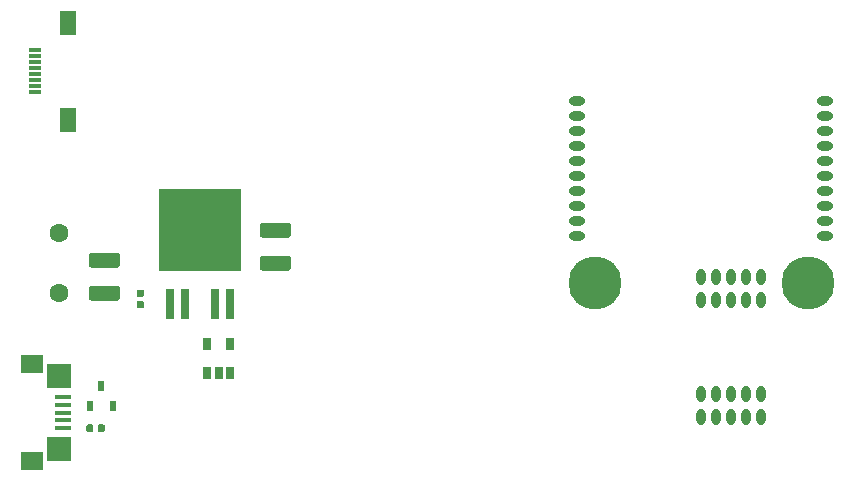
<source format=gbr>
G04 #@! TF.GenerationSoftware,KiCad,Pcbnew,(5.1.4)-1*
G04 #@! TF.CreationDate,2019-11-18T11:48:03+09:00*
G04 #@! TF.ProjectId,signaltowr_hikarikensyutu,7369676e-616c-4746-9f77-725f68696b61,rev?*
G04 #@! TF.SameCoordinates,Original*
G04 #@! TF.FileFunction,Soldermask,Top*
G04 #@! TF.FilePolarity,Negative*
%FSLAX46Y46*%
G04 Gerber Fmt 4.6, Leading zero omitted, Abs format (unit mm)*
G04 Created by KiCad (PCBNEW (5.1.4)-1) date 2019-11-18 11:48:03*
%MOMM*%
%LPD*%
G04 APERTURE LIST*
%ADD10R,7.000000X7.000000*%
%ADD11R,0.760000X2.500000*%
%ADD12R,0.600000X0.900000*%
%ADD13R,1.350000X0.400000*%
%ADD14R,1.900000X1.600000*%
%ADD15R,2.000000X2.100000*%
%ADD16C,4.500000*%
%ADD17O,0.800000X1.400000*%
%ADD18O,1.400000X0.800000*%
%ADD19R,0.800000X1.000000*%
%ADD20R,0.700000X1.000000*%
%ADD21C,0.100000*%
%ADD22C,0.590000*%
%ADD23R,1.050000X0.350000*%
%ADD24R,1.350000X2.000000*%
%ADD25C,1.600000*%
%ADD26C,1.250000*%
G04 APERTURE END LIST*
D10*
X107188000Y-77470000D03*
D11*
X105918000Y-83720000D03*
X104648000Y-83720000D03*
X109728000Y-83720000D03*
X108458000Y-83720000D03*
D12*
X98806000Y-90678000D03*
X99756000Y-92378000D03*
X97856000Y-92378000D03*
D13*
X95575000Y-92262000D03*
X95575000Y-92912000D03*
X95575000Y-93562000D03*
X95575000Y-91612000D03*
D14*
X92900000Y-97012000D03*
D15*
X95250000Y-96012000D03*
D14*
X92900000Y-88812000D03*
D13*
X95575000Y-94212000D03*
D15*
X95250000Y-89812000D03*
D16*
X140606000Y-81923000D03*
X158606000Y-81923000D03*
D17*
X149606000Y-81463000D03*
X150876000Y-81463000D03*
X152146000Y-81463000D03*
X153416000Y-81463000D03*
X154686000Y-81463000D03*
X149606000Y-83383000D03*
X150876000Y-83383000D03*
X152146000Y-83383000D03*
X153416000Y-83383000D03*
X154686000Y-83383000D03*
D18*
X160091000Y-77978000D03*
X160091000Y-76708000D03*
X160091000Y-75438000D03*
X160091000Y-74168000D03*
X160091000Y-72898000D03*
X160091000Y-71628000D03*
X160091000Y-70358000D03*
X160091000Y-69088000D03*
X139121000Y-77978000D03*
X139121000Y-76708000D03*
X139121000Y-75438000D03*
X139121000Y-74168000D03*
X139121000Y-72898000D03*
X139121000Y-71628000D03*
X139121000Y-70358000D03*
X139121000Y-69088000D03*
X139121000Y-67818000D03*
X139121000Y-66548000D03*
X160091000Y-67818000D03*
X160091000Y-66548000D03*
D19*
X107728000Y-87122000D03*
X109728000Y-87122000D03*
X109728000Y-89522000D03*
X107728000Y-89522000D03*
D20*
X108728000Y-89522000D03*
D21*
G36*
X102294958Y-83479710D02*
G01*
X102309276Y-83481834D01*
X102323317Y-83485351D01*
X102336946Y-83490228D01*
X102350031Y-83496417D01*
X102362447Y-83503858D01*
X102374073Y-83512481D01*
X102384798Y-83522202D01*
X102394519Y-83532927D01*
X102403142Y-83544553D01*
X102410583Y-83556969D01*
X102416772Y-83570054D01*
X102421649Y-83583683D01*
X102425166Y-83597724D01*
X102427290Y-83612042D01*
X102428000Y-83626500D01*
X102428000Y-83921500D01*
X102427290Y-83935958D01*
X102425166Y-83950276D01*
X102421649Y-83964317D01*
X102416772Y-83977946D01*
X102410583Y-83991031D01*
X102403142Y-84003447D01*
X102394519Y-84015073D01*
X102384798Y-84025798D01*
X102374073Y-84035519D01*
X102362447Y-84044142D01*
X102350031Y-84051583D01*
X102336946Y-84057772D01*
X102323317Y-84062649D01*
X102309276Y-84066166D01*
X102294958Y-84068290D01*
X102280500Y-84069000D01*
X101935500Y-84069000D01*
X101921042Y-84068290D01*
X101906724Y-84066166D01*
X101892683Y-84062649D01*
X101879054Y-84057772D01*
X101865969Y-84051583D01*
X101853553Y-84044142D01*
X101841927Y-84035519D01*
X101831202Y-84025798D01*
X101821481Y-84015073D01*
X101812858Y-84003447D01*
X101805417Y-83991031D01*
X101799228Y-83977946D01*
X101794351Y-83964317D01*
X101790834Y-83950276D01*
X101788710Y-83935958D01*
X101788000Y-83921500D01*
X101788000Y-83626500D01*
X101788710Y-83612042D01*
X101790834Y-83597724D01*
X101794351Y-83583683D01*
X101799228Y-83570054D01*
X101805417Y-83556969D01*
X101812858Y-83544553D01*
X101821481Y-83532927D01*
X101831202Y-83522202D01*
X101841927Y-83512481D01*
X101853553Y-83503858D01*
X101865969Y-83496417D01*
X101879054Y-83490228D01*
X101892683Y-83485351D01*
X101906724Y-83481834D01*
X101921042Y-83479710D01*
X101935500Y-83479000D01*
X102280500Y-83479000D01*
X102294958Y-83479710D01*
X102294958Y-83479710D01*
G37*
D22*
X102108000Y-83774000D03*
D21*
G36*
X102294958Y-82509710D02*
G01*
X102309276Y-82511834D01*
X102323317Y-82515351D01*
X102336946Y-82520228D01*
X102350031Y-82526417D01*
X102362447Y-82533858D01*
X102374073Y-82542481D01*
X102384798Y-82552202D01*
X102394519Y-82562927D01*
X102403142Y-82574553D01*
X102410583Y-82586969D01*
X102416772Y-82600054D01*
X102421649Y-82613683D01*
X102425166Y-82627724D01*
X102427290Y-82642042D01*
X102428000Y-82656500D01*
X102428000Y-82951500D01*
X102427290Y-82965958D01*
X102425166Y-82980276D01*
X102421649Y-82994317D01*
X102416772Y-83007946D01*
X102410583Y-83021031D01*
X102403142Y-83033447D01*
X102394519Y-83045073D01*
X102384798Y-83055798D01*
X102374073Y-83065519D01*
X102362447Y-83074142D01*
X102350031Y-83081583D01*
X102336946Y-83087772D01*
X102323317Y-83092649D01*
X102309276Y-83096166D01*
X102294958Y-83098290D01*
X102280500Y-83099000D01*
X101935500Y-83099000D01*
X101921042Y-83098290D01*
X101906724Y-83096166D01*
X101892683Y-83092649D01*
X101879054Y-83087772D01*
X101865969Y-83081583D01*
X101853553Y-83074142D01*
X101841927Y-83065519D01*
X101831202Y-83055798D01*
X101821481Y-83045073D01*
X101812858Y-83033447D01*
X101805417Y-83021031D01*
X101799228Y-83007946D01*
X101794351Y-82994317D01*
X101790834Y-82980276D01*
X101788710Y-82965958D01*
X101788000Y-82951500D01*
X101788000Y-82656500D01*
X101788710Y-82642042D01*
X101790834Y-82627724D01*
X101794351Y-82613683D01*
X101799228Y-82600054D01*
X101805417Y-82586969D01*
X101812858Y-82574553D01*
X101821481Y-82562927D01*
X101831202Y-82552202D01*
X101841927Y-82542481D01*
X101853553Y-82533858D01*
X101865969Y-82526417D01*
X101879054Y-82520228D01*
X101892683Y-82515351D01*
X101906724Y-82511834D01*
X101921042Y-82509710D01*
X101935500Y-82509000D01*
X102280500Y-82509000D01*
X102294958Y-82509710D01*
X102294958Y-82509710D01*
G37*
D22*
X102108000Y-82804000D03*
D21*
G36*
X98967958Y-93914710D02*
G01*
X98982276Y-93916834D01*
X98996317Y-93920351D01*
X99009946Y-93925228D01*
X99023031Y-93931417D01*
X99035447Y-93938858D01*
X99047073Y-93947481D01*
X99057798Y-93957202D01*
X99067519Y-93967927D01*
X99076142Y-93979553D01*
X99083583Y-93991969D01*
X99089772Y-94005054D01*
X99094649Y-94018683D01*
X99098166Y-94032724D01*
X99100290Y-94047042D01*
X99101000Y-94061500D01*
X99101000Y-94406500D01*
X99100290Y-94420958D01*
X99098166Y-94435276D01*
X99094649Y-94449317D01*
X99089772Y-94462946D01*
X99083583Y-94476031D01*
X99076142Y-94488447D01*
X99067519Y-94500073D01*
X99057798Y-94510798D01*
X99047073Y-94520519D01*
X99035447Y-94529142D01*
X99023031Y-94536583D01*
X99009946Y-94542772D01*
X98996317Y-94547649D01*
X98982276Y-94551166D01*
X98967958Y-94553290D01*
X98953500Y-94554000D01*
X98658500Y-94554000D01*
X98644042Y-94553290D01*
X98629724Y-94551166D01*
X98615683Y-94547649D01*
X98602054Y-94542772D01*
X98588969Y-94536583D01*
X98576553Y-94529142D01*
X98564927Y-94520519D01*
X98554202Y-94510798D01*
X98544481Y-94500073D01*
X98535858Y-94488447D01*
X98528417Y-94476031D01*
X98522228Y-94462946D01*
X98517351Y-94449317D01*
X98513834Y-94435276D01*
X98511710Y-94420958D01*
X98511000Y-94406500D01*
X98511000Y-94061500D01*
X98511710Y-94047042D01*
X98513834Y-94032724D01*
X98517351Y-94018683D01*
X98522228Y-94005054D01*
X98528417Y-93991969D01*
X98535858Y-93979553D01*
X98544481Y-93967927D01*
X98554202Y-93957202D01*
X98564927Y-93947481D01*
X98576553Y-93938858D01*
X98588969Y-93931417D01*
X98602054Y-93925228D01*
X98615683Y-93920351D01*
X98629724Y-93916834D01*
X98644042Y-93914710D01*
X98658500Y-93914000D01*
X98953500Y-93914000D01*
X98967958Y-93914710D01*
X98967958Y-93914710D01*
G37*
D22*
X98806000Y-94234000D03*
D21*
G36*
X97997958Y-93914710D02*
G01*
X98012276Y-93916834D01*
X98026317Y-93920351D01*
X98039946Y-93925228D01*
X98053031Y-93931417D01*
X98065447Y-93938858D01*
X98077073Y-93947481D01*
X98087798Y-93957202D01*
X98097519Y-93967927D01*
X98106142Y-93979553D01*
X98113583Y-93991969D01*
X98119772Y-94005054D01*
X98124649Y-94018683D01*
X98128166Y-94032724D01*
X98130290Y-94047042D01*
X98131000Y-94061500D01*
X98131000Y-94406500D01*
X98130290Y-94420958D01*
X98128166Y-94435276D01*
X98124649Y-94449317D01*
X98119772Y-94462946D01*
X98113583Y-94476031D01*
X98106142Y-94488447D01*
X98097519Y-94500073D01*
X98087798Y-94510798D01*
X98077073Y-94520519D01*
X98065447Y-94529142D01*
X98053031Y-94536583D01*
X98039946Y-94542772D01*
X98026317Y-94547649D01*
X98012276Y-94551166D01*
X97997958Y-94553290D01*
X97983500Y-94554000D01*
X97688500Y-94554000D01*
X97674042Y-94553290D01*
X97659724Y-94551166D01*
X97645683Y-94547649D01*
X97632054Y-94542772D01*
X97618969Y-94536583D01*
X97606553Y-94529142D01*
X97594927Y-94520519D01*
X97584202Y-94510798D01*
X97574481Y-94500073D01*
X97565858Y-94488447D01*
X97558417Y-94476031D01*
X97552228Y-94462946D01*
X97547351Y-94449317D01*
X97543834Y-94435276D01*
X97541710Y-94420958D01*
X97541000Y-94406500D01*
X97541000Y-94061500D01*
X97541710Y-94047042D01*
X97543834Y-94032724D01*
X97547351Y-94018683D01*
X97552228Y-94005054D01*
X97558417Y-93991969D01*
X97565858Y-93979553D01*
X97574481Y-93967927D01*
X97584202Y-93957202D01*
X97594927Y-93947481D01*
X97606553Y-93938858D01*
X97618969Y-93931417D01*
X97632054Y-93925228D01*
X97645683Y-93920351D01*
X97659724Y-93916834D01*
X97674042Y-93914710D01*
X97688500Y-93914000D01*
X97983500Y-93914000D01*
X97997958Y-93914710D01*
X97997958Y-93914710D01*
G37*
D22*
X97836000Y-94234000D03*
D17*
X149606000Y-91369000D03*
X150876000Y-91369000D03*
X152146000Y-91369000D03*
X153416000Y-91369000D03*
X154686000Y-91369000D03*
X154686000Y-93289000D03*
X149606000Y-93289000D03*
X150876000Y-93289000D03*
X153416000Y-93289000D03*
X152146000Y-93289000D03*
D23*
X93218000Y-65746000D03*
X93218000Y-65246000D03*
X93218000Y-64746000D03*
X93218000Y-64246000D03*
X93218000Y-62246000D03*
X93218000Y-62746000D03*
X93218000Y-63246000D03*
X93218000Y-63746000D03*
D24*
X95968000Y-59896000D03*
X95968000Y-68096000D03*
D25*
X95250000Y-77724000D03*
X95250000Y-82804000D03*
D21*
G36*
X114637504Y-76840204D02*
G01*
X114661773Y-76843804D01*
X114685571Y-76849765D01*
X114708671Y-76858030D01*
X114730849Y-76868520D01*
X114751893Y-76881133D01*
X114771598Y-76895747D01*
X114789777Y-76912223D01*
X114806253Y-76930402D01*
X114820867Y-76950107D01*
X114833480Y-76971151D01*
X114843970Y-76993329D01*
X114852235Y-77016429D01*
X114858196Y-77040227D01*
X114861796Y-77064496D01*
X114863000Y-77089000D01*
X114863000Y-77839000D01*
X114861796Y-77863504D01*
X114858196Y-77887773D01*
X114852235Y-77911571D01*
X114843970Y-77934671D01*
X114833480Y-77956849D01*
X114820867Y-77977893D01*
X114806253Y-77997598D01*
X114789777Y-78015777D01*
X114771598Y-78032253D01*
X114751893Y-78046867D01*
X114730849Y-78059480D01*
X114708671Y-78069970D01*
X114685571Y-78078235D01*
X114661773Y-78084196D01*
X114637504Y-78087796D01*
X114613000Y-78089000D01*
X112463000Y-78089000D01*
X112438496Y-78087796D01*
X112414227Y-78084196D01*
X112390429Y-78078235D01*
X112367329Y-78069970D01*
X112345151Y-78059480D01*
X112324107Y-78046867D01*
X112304402Y-78032253D01*
X112286223Y-78015777D01*
X112269747Y-77997598D01*
X112255133Y-77977893D01*
X112242520Y-77956849D01*
X112232030Y-77934671D01*
X112223765Y-77911571D01*
X112217804Y-77887773D01*
X112214204Y-77863504D01*
X112213000Y-77839000D01*
X112213000Y-77089000D01*
X112214204Y-77064496D01*
X112217804Y-77040227D01*
X112223765Y-77016429D01*
X112232030Y-76993329D01*
X112242520Y-76971151D01*
X112255133Y-76950107D01*
X112269747Y-76930402D01*
X112286223Y-76912223D01*
X112304402Y-76895747D01*
X112324107Y-76881133D01*
X112345151Y-76868520D01*
X112367329Y-76858030D01*
X112390429Y-76849765D01*
X112414227Y-76843804D01*
X112438496Y-76840204D01*
X112463000Y-76839000D01*
X114613000Y-76839000D01*
X114637504Y-76840204D01*
X114637504Y-76840204D01*
G37*
D26*
X113538000Y-77464000D03*
D21*
G36*
X114637504Y-79640204D02*
G01*
X114661773Y-79643804D01*
X114685571Y-79649765D01*
X114708671Y-79658030D01*
X114730849Y-79668520D01*
X114751893Y-79681133D01*
X114771598Y-79695747D01*
X114789777Y-79712223D01*
X114806253Y-79730402D01*
X114820867Y-79750107D01*
X114833480Y-79771151D01*
X114843970Y-79793329D01*
X114852235Y-79816429D01*
X114858196Y-79840227D01*
X114861796Y-79864496D01*
X114863000Y-79889000D01*
X114863000Y-80639000D01*
X114861796Y-80663504D01*
X114858196Y-80687773D01*
X114852235Y-80711571D01*
X114843970Y-80734671D01*
X114833480Y-80756849D01*
X114820867Y-80777893D01*
X114806253Y-80797598D01*
X114789777Y-80815777D01*
X114771598Y-80832253D01*
X114751893Y-80846867D01*
X114730849Y-80859480D01*
X114708671Y-80869970D01*
X114685571Y-80878235D01*
X114661773Y-80884196D01*
X114637504Y-80887796D01*
X114613000Y-80889000D01*
X112463000Y-80889000D01*
X112438496Y-80887796D01*
X112414227Y-80884196D01*
X112390429Y-80878235D01*
X112367329Y-80869970D01*
X112345151Y-80859480D01*
X112324107Y-80846867D01*
X112304402Y-80832253D01*
X112286223Y-80815777D01*
X112269747Y-80797598D01*
X112255133Y-80777893D01*
X112242520Y-80756849D01*
X112232030Y-80734671D01*
X112223765Y-80711571D01*
X112217804Y-80687773D01*
X112214204Y-80663504D01*
X112213000Y-80639000D01*
X112213000Y-79889000D01*
X112214204Y-79864496D01*
X112217804Y-79840227D01*
X112223765Y-79816429D01*
X112232030Y-79793329D01*
X112242520Y-79771151D01*
X112255133Y-79750107D01*
X112269747Y-79730402D01*
X112286223Y-79712223D01*
X112304402Y-79695747D01*
X112324107Y-79681133D01*
X112345151Y-79668520D01*
X112367329Y-79658030D01*
X112390429Y-79649765D01*
X112414227Y-79643804D01*
X112438496Y-79640204D01*
X112463000Y-79639000D01*
X114613000Y-79639000D01*
X114637504Y-79640204D01*
X114637504Y-79640204D01*
G37*
D26*
X113538000Y-80264000D03*
D21*
G36*
X100159504Y-79380204D02*
G01*
X100183773Y-79383804D01*
X100207571Y-79389765D01*
X100230671Y-79398030D01*
X100252849Y-79408520D01*
X100273893Y-79421133D01*
X100293598Y-79435747D01*
X100311777Y-79452223D01*
X100328253Y-79470402D01*
X100342867Y-79490107D01*
X100355480Y-79511151D01*
X100365970Y-79533329D01*
X100374235Y-79556429D01*
X100380196Y-79580227D01*
X100383796Y-79604496D01*
X100385000Y-79629000D01*
X100385000Y-80379000D01*
X100383796Y-80403504D01*
X100380196Y-80427773D01*
X100374235Y-80451571D01*
X100365970Y-80474671D01*
X100355480Y-80496849D01*
X100342867Y-80517893D01*
X100328253Y-80537598D01*
X100311777Y-80555777D01*
X100293598Y-80572253D01*
X100273893Y-80586867D01*
X100252849Y-80599480D01*
X100230671Y-80609970D01*
X100207571Y-80618235D01*
X100183773Y-80624196D01*
X100159504Y-80627796D01*
X100135000Y-80629000D01*
X97985000Y-80629000D01*
X97960496Y-80627796D01*
X97936227Y-80624196D01*
X97912429Y-80618235D01*
X97889329Y-80609970D01*
X97867151Y-80599480D01*
X97846107Y-80586867D01*
X97826402Y-80572253D01*
X97808223Y-80555777D01*
X97791747Y-80537598D01*
X97777133Y-80517893D01*
X97764520Y-80496849D01*
X97754030Y-80474671D01*
X97745765Y-80451571D01*
X97739804Y-80427773D01*
X97736204Y-80403504D01*
X97735000Y-80379000D01*
X97735000Y-79629000D01*
X97736204Y-79604496D01*
X97739804Y-79580227D01*
X97745765Y-79556429D01*
X97754030Y-79533329D01*
X97764520Y-79511151D01*
X97777133Y-79490107D01*
X97791747Y-79470402D01*
X97808223Y-79452223D01*
X97826402Y-79435747D01*
X97846107Y-79421133D01*
X97867151Y-79408520D01*
X97889329Y-79398030D01*
X97912429Y-79389765D01*
X97936227Y-79383804D01*
X97960496Y-79380204D01*
X97985000Y-79379000D01*
X100135000Y-79379000D01*
X100159504Y-79380204D01*
X100159504Y-79380204D01*
G37*
D26*
X99060000Y-80004000D03*
D21*
G36*
X100159504Y-82180204D02*
G01*
X100183773Y-82183804D01*
X100207571Y-82189765D01*
X100230671Y-82198030D01*
X100252849Y-82208520D01*
X100273893Y-82221133D01*
X100293598Y-82235747D01*
X100311777Y-82252223D01*
X100328253Y-82270402D01*
X100342867Y-82290107D01*
X100355480Y-82311151D01*
X100365970Y-82333329D01*
X100374235Y-82356429D01*
X100380196Y-82380227D01*
X100383796Y-82404496D01*
X100385000Y-82429000D01*
X100385000Y-83179000D01*
X100383796Y-83203504D01*
X100380196Y-83227773D01*
X100374235Y-83251571D01*
X100365970Y-83274671D01*
X100355480Y-83296849D01*
X100342867Y-83317893D01*
X100328253Y-83337598D01*
X100311777Y-83355777D01*
X100293598Y-83372253D01*
X100273893Y-83386867D01*
X100252849Y-83399480D01*
X100230671Y-83409970D01*
X100207571Y-83418235D01*
X100183773Y-83424196D01*
X100159504Y-83427796D01*
X100135000Y-83429000D01*
X97985000Y-83429000D01*
X97960496Y-83427796D01*
X97936227Y-83424196D01*
X97912429Y-83418235D01*
X97889329Y-83409970D01*
X97867151Y-83399480D01*
X97846107Y-83386867D01*
X97826402Y-83372253D01*
X97808223Y-83355777D01*
X97791747Y-83337598D01*
X97777133Y-83317893D01*
X97764520Y-83296849D01*
X97754030Y-83274671D01*
X97745765Y-83251571D01*
X97739804Y-83227773D01*
X97736204Y-83203504D01*
X97735000Y-83179000D01*
X97735000Y-82429000D01*
X97736204Y-82404496D01*
X97739804Y-82380227D01*
X97745765Y-82356429D01*
X97754030Y-82333329D01*
X97764520Y-82311151D01*
X97777133Y-82290107D01*
X97791747Y-82270402D01*
X97808223Y-82252223D01*
X97826402Y-82235747D01*
X97846107Y-82221133D01*
X97867151Y-82208520D01*
X97889329Y-82198030D01*
X97912429Y-82189765D01*
X97936227Y-82183804D01*
X97960496Y-82180204D01*
X97985000Y-82179000D01*
X100135000Y-82179000D01*
X100159504Y-82180204D01*
X100159504Y-82180204D01*
G37*
D26*
X99060000Y-82804000D03*
M02*

</source>
